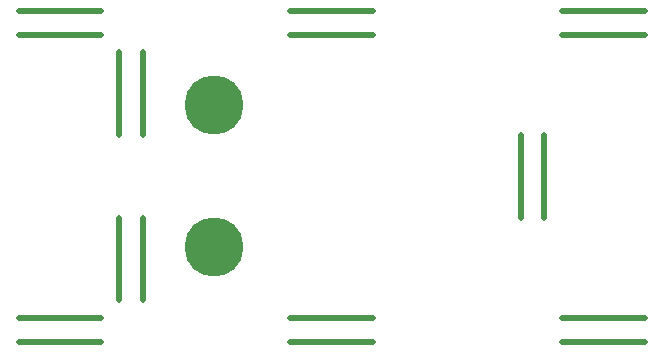
<source format=gts>
%FSTAX24Y24*%
%MOMM*%
%ADD10C,5*%
%ADD11C,0.5*%
%LPD*%
D10*
X18Y18D03*
Y3D03*
D11*
X1Y135D02*
G01*
Y205D01*
X12Y135D02*
Y205D01*
X1Y275D02*
Y345D01*
X12Y275D02*
Y345D01*
X44Y205D02*
Y275D01*
X46Y205D02*
Y275D01*
X015Y1D02*
X085D01*
X015Y12D02*
X085D01*
X245Y1D02*
X315D01*
X245Y12D02*
X315D01*
X475Y1D02*
X545D01*
X475Y12D02*
X545D01*
X015Y36D02*
X085D01*
X015Y38D02*
X085D01*
X245Y36D02*
X315D01*
X245Y38D02*
X315D01*
X475Y36D02*
X545D01*
X475Y38D02*
X545D01*
M02*

</source>
